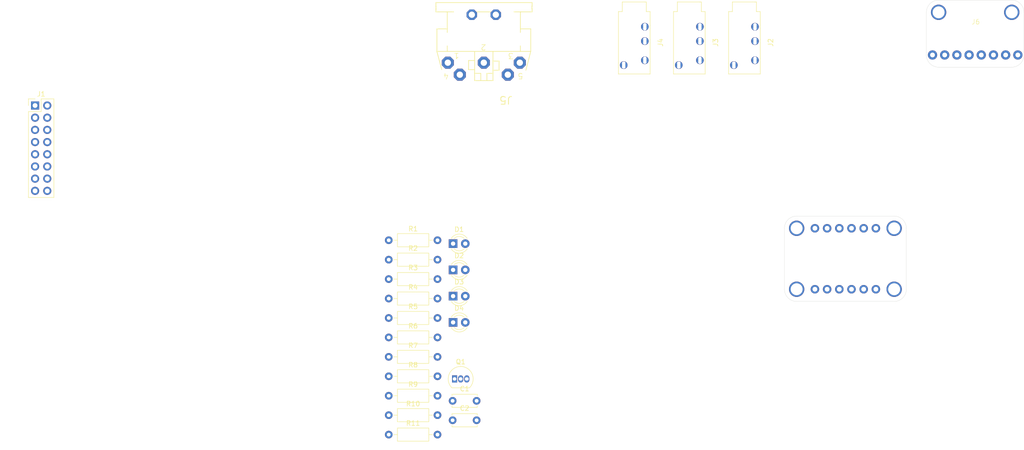
<source format=kicad_pcb>
(kicad_pcb (version 20241229) (generator "pcbnew") (generator_version "9.0")
  (layers (0 "F.Cu" signal) (2 "B.Cu" signal) (13 "F.Paste" user) (15 "B.Paste" user) (5 "F.SilkS" user "F.Silkscreen") (7 "B.SilkS" user "B.Silkscreen") (1 "F.Mask" user) (3 "B.Mask" user) (25 "Edge.Cuts" user))
  (net 0 "")
  (net 1 "TRIGOUTLED")
  (net 3 "SCL")
  (net 4 "CCOUTLED")
  (net 5 "+3.3v")
  (net 6 "STRIGOUT")
  (net 7 "MIDIOUT")
  (net 8 "MIDIOUTLED")
  (net 10 "SDA")
  (net 13 "+5v")
  (net 14 "CVOUTLED")
  (net 18 "Net-(J5-Pad4)")
  (net 20 "Net-(J5-Pad5)")
  (net 23 "CCOUT")
  (net 24 "TRIGOUT")
  (net 27 "CVOUT")
  (net 30 "GND")
  (net 31 "Net-(C2-Pad2)")
  (net 32 "Net-(D1-A)")
  (net 33 "Net-(D2-A)")
  (net 34 "Net-(D3-A)")
  (net 35 "Net-(D4-A)")
  (net 37 "Net-(Q1-C)")
  (net 38 "Net-(Q1-B)")
  (net 39 "Net-(J2-Pad2)")
  (net 41 "Net-(J3-Pad2)")
  (net 43 "Net-(J4-Pad2)")
  (net 49 "Net-(Q1-PadB)")
  (net 50 "Net-(Q1-PadC)")
  (footprint "Package_TO_SOT_THT:TO-92_Inline" (layer "F.Cu") (at 156.41 97.39)
    (property "Reference" "Q1" (at 1.27 -3.56 0) (layer "F.SilkS"))
    (property "Value" "PNP")
    (fp_line (start -0.53 1.85) (end 3.07 1.85) (stroke (width 0.12)) (layer "F.SilkS"))
    (fp_arc (start -0.568478 1.838478) (mid -1.132087 -0.994977) (end 1.27 -2.6) (stroke (width 0.12)) (layer "F.SilkS"))
    (fp_arc (start 1.27 -2.6) (mid 3.672087 -0.994977) (end 3.108478 1.838478) (stroke (width 0.12)) (layer "F.SilkS"))
    (pad "1" thru_hole rect (at 0 0) (size 1.05 1.5) (drill 0.75) (layers "*.Cu" "*.Mask") (net 37 "Net-(Q1-C)"))
    (pad "2" thru_hole oval (at 1.27 0) (size 1.05 1.5) (drill 0.75) (layers "*.Cu" "*.Mask") (net 38 "Net-(Q1-B)"))
    (pad "3" thru_hole oval (at 2.54 0) (size 1.05 1.5) (drill 0.75) (layers "*.Cu" "*.Mask") (net 13 "+5v"))
  )
  (footprint "PJ-320A_Library:PJ-320A" (layer "F.Cu") (at 196.05 18.85 -90)
    (property "Reference" "J4" (at 8.4455 -3.269 90) (layer "F.SilkS"))
    (property "Value" "PJ-320A")
    (fp_line (start 2 5.5) (end 15 5.5) (stroke (width 0.12)) (layer "F.SilkS"))
    (fp_line (start 0 4.7) (end 2 4.7) (stroke (width 0.12)) (layer "F.SilkS"))
    (fp_line (start 2 4.7) (end 2 5.5) (stroke (width 0.12)) (layer "F.SilkS"))
    (fp_line (start 0 0) (end 0 4.7) (stroke (width 0.12)) (layer "F.SilkS"))
    (fp_line (start 0 0) (end 0 -0.3) (stroke (width 0.12)) (layer "F.SilkS"))
    (fp_line (start 0 -0.3) (end 2 -0.3) (stroke (width 0.12)) (layer "F.SilkS"))
    (fp_line (start 2 -0.3) (end 2 -1.1) (stroke (width 0.12)) (layer "F.SilkS"))
    (fp_line (start 2 -1.1) (end 15 -1.1) (stroke (width 0.12)) (layer "F.SilkS"))
    (fp_line (start 15 -1.1) (end 15 5.5) (stroke (width 0.12)) (layer "F.SilkS"))
    (pad "" np_thru_hole circle (at 3.7 2.2 270) (size 1.5 1.5) (drill 1.5) (layers "*.Cu"))
    (pad "" np_thru_hole circle (at 10.7 2.2 270) (size 1.5 1.5) (drill 1.5) (layers "*.Cu"))
    (pad "1" thru_hole circle (at 13.15 4.4 270) (size 1.6 1.6) (drill oval 1.5 0.7) (layers "*.Cu" "*.Mask") (net 30 "GND"))
    (pad "2" thru_hole circle (at 12.15 0 270) (size 1.6 1.6) (drill oval 1.5 0.7) (layers "*.Cu" "*.Mask") (net 43 "Net-(J4-Pad2)"))
    (pad "3" thru_hole circle (at 8.15 0 270) (size 1.6 1.6) (drill oval 1.5 0.7) (layers "*.Cu" "*.Mask"))
    (pad "4" thru_hole circle (at 5.15 0 270) (size 1.6 1.6) (drill oval 1.5 0.7) (layers "*.Cu" "*.Mask"))
  )
  (footprint "Resistor_THT:R_Axial_DIN0207_L6.3mm_D2.5mm_P10.16mm_Horizontal" (layer "F.Cu") (at 142.69 84.69)
    (property "Reference" "R5" (at 5.08 -2.37 0) (layer "F.SilkS"))
    (property "Value" "220Ω")
    (fp_line (start 1.04 0) (end 1.81 0) (stroke (width 0.12)) (layer "F.SilkS"))
    (fp_line (start 9.12 0) (end 8.35 0) (stroke (width 0.12)) (layer "F.SilkS"))
    (fp_rect (start 1.81 -1.37) (end 8.35 1.37) (stroke (width 0.12)) (fill no) (layer "F.SilkS"))
    (pad "1" thru_hole circle (at 0 0) (size 1.6 1.6) (drill 0.8) (layers "*.Cu" "*.Mask") (net 20 "Net-(J5-Pad5)"))
    (pad "2" thru_hole circle (at 10.16 0) (size 1.6 1.6) (drill 0.8) (layers "*.Cu" "*.Mask") (net 7 "MIDIOUT"))
  )
  (footprint "LED_THT:LED_D3.0mm_FlatTop" (layer "F.Cu") (at 156.1 69.2)
    (property "Reference" "D1" (at 1.27 -2.96 0) (layer "F.SilkS"))
    (property "Value" "LED")
    (fp_line (start -0.29 -1.236) (end -0.29 -1.08) (stroke (width 0.12)) (layer "F.SilkS"))
    (fp_line (start -0.29 1.08) (end -0.29 1.236) (stroke (width 0.12)) (layer "F.SilkS"))
    (fp_arc (start -0.29 -1.235516) (mid 1.36566 -1.987699) (end 2.941437 -1.08) (stroke (width 0.12)) (layer "F.SilkS"))
    (fp_arc (start 0.229039 -1.08) (mid 1.27 -1.5) (end 2.310961 -1.08) (stroke (width 0.12)) (layer "F.SilkS"))
    (fp_arc (start 2.310961 1.08) (mid 1.27 1.5) (end 0.229039 1.08) (stroke (width 0.12)) (layer "F.SilkS"))
    (fp_arc (start 2.941437 1.08) (mid 1.36566 1.987699) (end -0.29 1.235516) (stroke (width 0.12)) (layer "F.SilkS"))
    (pad "1" thru_hole rect (at 0 0) (size 1.8 1.8) (drill 0.9) (layers "*.Cu" "*.Mask") (net 30 "GND"))
    (pad "2" thru_hole circle (at 2.54 0) (size 1.8 1.8) (drill 0.9) (layers "*.Cu" "*.Mask") (net 32 "Net-(D1-A)"))
  )
  (footprint "Resistor_THT:R_Axial_DIN0207_L6.3mm_D2.5mm_P10.16mm_Horizontal" (layer "F.Cu") (at 142.69 88.74)
    (property "Reference" "R6" (at 5.08 -2.37 0) (layer "F.SilkS"))
    (property "Value" "220Ω")
    (fp_line (start 1.04 0) (end 1.81 0) (stroke (width 0.12)) (layer "F.SilkS"))
    (fp_line (start 9.12 0) (end 8.35 0) (stroke (width 0.12)) (layer "F.SilkS"))
    (fp_rect (start 1.81 -1.37) (end 8.35 1.37) (stroke (width 0.12)) (fill no) (layer "F.SilkS"))
    (pad "1" thru_hole circle (at 0 0) (size 1.6 1.6) (drill 0.8) (layers "*.Cu" "*.Mask") (net 32 "Net-(D1-A)"))
    (pad "2" thru_hole circle (at 10.16 0) (size 1.6 1.6) (drill 0.8) (layers "*.Cu" "*.Mask") (net 14 "CVOUTLED"))
  )
  (footprint "Capacitor_THT:C_Disc_D5.0mm_W2.5mm_P5.00mm" (layer "F.Cu") (at 156 106)
    (property "Reference" "C2" (at 2.5 -2.5 0) (layer "F.SilkS"))
    (property "Value" "100pF")
    (fp_line (start -0.12 -1.37) (end 5.12 -1.37) (stroke (width 0.12)) (layer "F.SilkS"))
    (fp_line (start -0.12 -1.033) (end -0.12 -1.37) (stroke (width 0.12)) (layer "F.SilkS"))
    (fp_line (start -0.12 1.37) (end -0.12 1.033) (stroke (width 0.12)) (layer "F.SilkS"))
    (fp_line (start 5.12 -1.37) (end 5.12 -1.033) (stroke (width 0.12)) (layer "F.SilkS"))
    (fp_line (start 5.12 1.033) (end 5.12 1.37) (stroke (width 0.12)) (layer "F.SilkS"))
    (fp_line (start 5.12 1.37) (end -0.12 1.37) (stroke (width 0.12)) (layer "F.SilkS"))
    (pad "1" thru_hole circle (at 0 0) (size 1.6 1.6) (drill 0.8) (layers "*.Cu" "*.Mask") (net 30 "GND"))
    (pad "2" thru_hole circle (at 5 0) (size 1.6 1.6) (drill 0.8) (layers "*.Cu" "*.Mask") (net 31 "Net-(C2-Pad2)"))
  )
  (footprint "Resistor_THT:R_Axial_DIN0207_L6.3mm_D2.5mm_P10.16mm_Horizontal" (layer "F.Cu") (at 142.69 96.84)
    (property "Reference" "R8" (at 5.08 -2.37 0) (layer "F.SilkS"))
    (property "Value" "220Ω")
    (fp_line (start 1.04 0) (end 1.81 0) (stroke (width 0.12)) (layer "F.SilkS"))
    (fp_line (start 9.12 0) (end 8.35 0) (stroke (width 0.12)) (layer "F.SilkS"))
    (fp_rect (start 1.81 -1.37) (end 8.35 1.37) (stroke (width 0.12)) (fill no) (layer "F.SilkS"))
    (pad "1" thru_hole circle (at 0 0) (size 1.6 1.6) (drill 0.8) (layers "*.Cu" "*.Mask") (net 34 "Net-(D3-A)"))
    (pad "2" thru_hole circle (at 10.16 0) (size 1.6 1.6) (drill 0.8) (layers "*.Cu" "*.Mask") (net 4 "CCOUTLED"))
  )
  (footprint "1134 Din Jack:1134_footprint" (layer "F.Cu") (at 162.5 21.5 180)
    (property "Reference" "J5" (at -6.096 -16.844 180) (layer "F.SilkS") (effects (font (size 1.6002 1.6002) (thickness 0.1778)) (justify left bottom)))
    (property "Value" "1134")
    (fp_line (start 9.979 2.52) (end 9.979 1.758) (stroke (width 0.1524)) (layer "F.SilkS"))
    (fp_line (start 9.979 0.6) (end 9.979 1.25) (stroke (width 0.1524)) (layer "F.SilkS"))
    (fp_line (start 9.979 0.6) (end 7.62 0.6) (stroke (width 0.1524)) (layer "F.SilkS"))
    (fp_line (start 9.968 1.658) (end 9.979 1.758) (stroke (width 0.1524)) (layer "F.SilkS"))
    (fp_line (start 9.968 1.658) (end 9.968 1.15) (stroke (width 0.1524)) (layer "F.SilkS"))
    (fp_line (start 9.968 1.15) (end 9.979 1.25) (stroke (width 0.1524)) (layer "F.SilkS"))
    (fp_line (start 9.779 -2.941) (end 9.779 -7.64) (stroke (width 0.1524)) (layer "F.SilkS"))
    (fp_line (start 9.779 -2.941) (end 7.62 -2.941) (stroke (width 0.1524)) (layer "F.SilkS"))
    (fp_line (start 9.779 -7.64) (end 7.62 -7.64) (stroke (width 0.1524)) (layer "F.SilkS"))
    (fp_line (start 8.763 -11.45) (end 9.779 -7.64) (stroke (width 0.1524)) (layer "F.SilkS"))
    (fp_line (start 7.62 0.6) (end 7.62 -2.941) (stroke (width 0.1524)) (layer "F.SilkS"))
    (fp_line (start 7.62 -2.941) (end 7.62 -3.703) (stroke (width 0.1524)) (layer "F.SilkS"))
    (fp_line (start 7.62 -7.64) (end 7.62 -6.497) (stroke (width 0.1524)) (layer "F.SilkS"))
    (fp_line (start 7.62 -7.64) (end 1.905 -7.64) (stroke (width 0.1524)) (layer "F.SilkS"))
    (fp_line (start 6.283 0.6) (end 7.62 0.6) (stroke (width 0.1524)) (layer "F.SilkS"))
    (fp_line (start 3.175 -11.45) (end 3.175 -9.545) (stroke (width 0.1524)) (layer "F.SilkS"))
    (fp_line (start 3.175 -11.45) (end 1.905 -11.45) (stroke (width 0.1524)) (layer "F.SilkS"))
    (fp_line (start 1.905 -7.64) (end -1.905 -7.64) (stroke (width 0.1524)) (layer "F.SilkS"))
    (fp_line (start 1.905 -9.545) (end 3.175 -9.545) (stroke (width 0.1524)) (layer "F.SilkS"))
    (fp_line (start 1.905 -9.545) (end 1.905 -7.64) (stroke (width 0.1524)) (layer "F.SilkS"))
    (fp_line (start 1.905 -11.45) (end 1.905 -9.545) (stroke (width 0.1524)) (layer "F.SilkS"))
    (fp_line (start 1.905 -12.212) (end 1.905 -11.45) (stroke (width 0.1524)) (layer "F.SilkS"))
    (fp_line (start 1.905 -12.212) (end 0.635 -12.212) (stroke (width 0.1524)) (layer "F.SilkS"))
    (fp_line (start 1.905 -13.736) (end 1.905 -12.212) (stroke (width 0.1524)) (layer "F.SilkS"))
    (fp_line (start 1.905 -13.736) (end 0.635 -13.736) (stroke (width 0.1524)) (layer "F.SilkS"))
    (fp_line (start 0.635 -13.736) (end 0.635 -12.212) (stroke (width 0.1524)) (layer "F.SilkS"))
    (fp_line (start 0.635 -13.736) (end -0.635 -13.736) (stroke (width 0.1524)) (layer "F.SilkS"))
    (fp_line (start -0.635 -13.736) (end -0.635 -12.212) (stroke (width 0.1524)) (layer "F.SilkS"))
    (fp_line (start -0.635 -13.736) (end -1.905 -13.736) (stroke (width 0.1524)) (layer "F.SilkS"))
    (fp_line (start -1.397 0.6) (end 1.397 0.6) (stroke (width 0.1524)) (layer "F.SilkS"))
    (fp_line (start -1.905 -7.64) (end -7.62 -7.64) (stroke (width 0.1524)) (layer "F.SilkS"))
    (fp_line (start -1.905 -9.672) (end -1.905 -7.64) (stroke (width 0.1524)) (layer "F.SilkS"))
    (fp_line (start -1.905 -9.672) (end -3.175 -9.672) (stroke (width 0.1524)) (layer "F.SilkS"))
    (fp_line (start -1.905 -11.577) (end -1.905 -9.672) (stroke (width 0.1524)) (layer "F.SilkS"))
    (fp_line (start -1.905 -11.577) (end -3.175 -11.577) (stroke (width 0.1524)) (layer "F.SilkS"))
    (fp_line (start -1.905 -12.212) (end -0.635 -12.212) (stroke (width 0.1524)) (layer "F.SilkS"))
    (fp_line (start -1.905 -12.212) (end -1.905 -11.577) (stroke (width 0.1524)) (layer "F.SilkS"))
    (fp_line (start -1.905 -13.736) (end -1.905 -12.212) (stroke (width 0.1524)) (layer "F.SilkS"))
    (fp_line (start -3.175 -11.577) (end -3.175 -9.672) (stroke (width 0.1524)) (layer "F.SilkS"))
    (fp_line (start -7.62 0.6) (end -7.62 -2.941) (stroke (width 0.1524)) (layer "F.SilkS"))
    (fp_line (start -7.62 0.6) (end -10.068 0.6) (stroke (width 0.1524)) (layer "F.SilkS"))
    (fp_line (start -7.62 -2.941) (end -7.62 -3.703) (stroke (width 0.1524)) (layer "F.SilkS"))
    (fp_line (start -7.62 -7.64) (end -7.62 -6.497) (stroke (width 0.1524)) (layer "F.SilkS"))
    (fp_line (start -7.62 -7.64) (end -9.779 -7.64) (stroke (width 0.1524)) (layer "F.SilkS"))
    (fp_line (start -7.693 0.6) (end -6.283 0.6) (stroke (width 0.1524)) (layer "F.SilkS"))
    (fp_line (start -8.763 -11.577) (end -9.779 -7.64) (stroke (width 0.1524)) (layer "F.SilkS"))
    (fp_line (start -9.779 -2.941) (end -7.62 -2.941) (stroke (width 0.1524)) (layer "F.SilkS"))
    (fp_line (start -9.779 -2.941) (end -9.779 -7.64) (stroke (width 0.1524)) (layer "F.SilkS"))
    (fp_line (start -10.025 1.758) (end -10.025 1.25) (stroke (width 0.1524)) (layer "F.SilkS"))
    (fp_line (start -10.025 1.758) (end -10.068 1.758) (stroke (width 0.1524)) (layer "F.SilkS"))
    (fp_line (start -10.068 2.52) (end 9.979 2.52) (stroke (width 0.1524)) (layer "F.SilkS"))
    (fp_line (start -10.068 2.52) (end -10.068 1.758) (stroke (width 0.1524)) (layer "F.SilkS"))
    (fp_line (start -10.068 1.25) (end -10.025 1.25) (stroke (width 0.1524)) (layer "F.SilkS"))
    (fp_line (start -10.068 1.25) (end -10.068 0.6) (stroke (width 0.1524)) (layer "F.SilkS"))
    (fp_text user "5" (at -8.255 -12.085 180) (layer "F.SilkS") (effects (font (size 1.143 1.143) (thickness 0.127)) (justify left bottom)))
    (fp_text user "3" (at -6.223 -7.894 180) (layer "F.SilkS") (effects (font (size 1.143 1.143) (thickness 0.127)) (justify left bottom)))
    (fp_text user "1" (at 5.08 -7.894 180) (layer "F.SilkS") (effects (font (size 1.143 1.143) (thickness 0.127)) (justify left bottom)))
    (fp_text user "4" (at 7.239 -12.085 180) (layer "F.SilkS") (effects (font (size 1.143 1.143) (thickness 0.127)) (justify left bottom)))
    (fp_text user "2" (at -0.551 -6.094 180) (layer "F.SilkS") (effects (font (size 1.143 1.143) (thickness 0.127)) (justify left bottom)))
    (pad "" np_thru_hole roundrect (at -2.5 0 180) (size 2.1844 2.1844) (drill 1.3208) (layers "*.Cu" "*.Mask") (chamfer_ratio 0.2928932188) (chamfer top_left top_right bottom_left bottom_right))
    (pad "" np_thru_hole roundrect (at 2.5 0 180) (size 2.1844 2.1844) (drill 1.3208) (layers "*.Cu" "*.Mask") (chamfer_ratio 0.2928932188) (chamfer top_left top_right bottom_left bottom_right))
    (pad "1" thru_hole roundrect (at 7.5 -10 180) (size 2.5 2.5) (drill 1.3208) (layers "*.Cu" "*.Mask") (chamfer_ratio 0.2928932188) (chamfer top_left top_right bottom_left bottom_right))
    (pad "2" thru_hole roundrect (at 0 -10 270) (size 2.5 2.5) (drill 1.3208) (layers "*.Cu" "*.Mask") (chamfer_ratio 0.2928932188) (chamfer top_left top_right bottom_left bottom_right) (net 31 "Net-(C2-Pad2)"))
    (pad "3" thru_hole roundrect (at -7.5 -10 180) (size 2.5 2.5) (drill 1.3208) (layers "*.Cu" "*.Mask") (chamfer_ratio 0.2928932188) (chamfer top_left top_right bottom_left bottom_right))
    (pad "4" thru_hole roundrect (at 5 -12.5 180) (size 2.5 2.5) (drill 1.3208) (layers "*.Cu" "*.Mask") (chamfer_ratio 0.2928932188) (chamfer top_left top_right bottom_left bottom_right) (net 18 "Net-(J5-Pad4)"))
    (pad "5" thru_hole roundrect (at -5 -12.5 180) (size 2.5 2.5) (drill 1.3208) (layers "*.Cu" "*.Mask") (chamfer_ratio 0.2928932188) (chamfer top_left top_right bottom_left bottom_right) (net 20 "Net-(J5-Pad5)"))
  )
  (footprint "Resistor_THT:R_Axial_DIN0207_L6.3mm_D2.5mm_P10.16mm_Horizontal" (layer "F.Cu") (at 142.69 76.59)
    (property "Reference" "R3" (at 5.08 -2.37 0) (layer "F.SilkS"))
    (property "Value" "100Ω")
    (fp_line (start 1.04 0) (end 1.81 0) (stroke (width 0.12)) (layer "F.SilkS"))
    (fp_line (start 9.12 0) (end 8.35 0) (stroke (width 0.12)) (layer "F.SilkS"))
    (fp_rect (start 1.81 -1.37) (end 8.35 1.37) (stroke (width 0.12)) (fill no) (layer "F.SilkS"))
    (pad "1" thru_hole circle (at 0 0) (size 1.6 1.6) (drill 0.8) (layers "*.Cu" "*.Mask") (net 43 "Net-(J4-Pad2)"))
    (pad "2" thru_hole circle (at 10.16 0) (size 1.6 1.6) (drill 0.8) (layers "*.Cu" "*.Mask") (net 23 "CCOUT"))
  )
  (footprint "Resistor_THT:R_Axial_DIN0207_L6.3mm_D2.5mm_P10.16mm_Horizontal" (layer "F.Cu") (at 142.69 92.79)
    (property "Reference" "R7" (at 5.08 -2.37 0) (layer "F.SilkS"))
    (property "Value" "220Ω")
    (fp_line (start 1.04 0) (end 1.81 0) (stroke (width 0.12)) (layer "F.SilkS"))
    (fp_line (start 9.12 0) (end 8.35 0) (stroke (width 0.12)) (layer "F.SilkS"))
    (fp_rect (start 1.81 -1.37) (end 8.35 1.37) (stroke (width 0.12)) (fill no) (layer "F.SilkS"))
    (pad "1" thru_hole circle (at 0 0) (size 1.6 1.6) (drill 0.8) (layers "*.Cu" "*.Mask") (net 33 "Net-(D2-A)"))
    (pad "2" thru_hole circle (at 10.16 0) (size 1.6 1.6) (drill 0.8) (layers "*.Cu" "*.Mask") (net 1 "TRIGOUTLED"))
  )
  (footprint "LED_THT:LED_D3.0mm_FlatTop" (layer "F.Cu") (at 156.1 74.67)
    (property "Reference" "D2" (at 1.27 -2.96 0) (layer "F.SilkS"))
    (property "Value" "LED")
    (fp_line (start -0.29 -1.236) (end -0.29 -1.08) (stroke (width 0.12)) (layer "F.SilkS"))
    (fp_line (start -0.29 1.08) (end -0.29 1.236) (stroke (width 0.12)) (layer "F.SilkS"))
    (fp_arc (start -0.29 -1.235516) (mid 1.36566 -1.987699) (end 2.941437 -1.08) (stroke (width 0.12)) (layer "F.SilkS"))
    (fp_arc (start 0.229039 -1.08) (mid 1.27 -1.5) (end 2.310961 -1.08) (stroke (width 0.12)) (layer "F.SilkS"))
    (fp_arc (start 2.310961 1.08) (mid 1.27 1.5) (end 0.229039 1.08) (stroke (width 0.12)) (layer "F.SilkS"))
    (fp_arc (start 2.941437 1.08) (mid 1.36566 1.987699) (end -0.29 1.235516) (stroke (width 0.12)) (layer "F.SilkS"))
    (pad "1" thru_hole rect (at 0 0) (size 1.8 1.8) (drill 0.9) (layers "*.Cu" "*.Mask") (net 30 "GND"))
    (pad "2" thru_hole circle (at 2.54 0) (size 1.8 1.8) (drill 0.9) (layers "*.Cu" "*.Mask") (net 33 "Net-(D2-A)"))
  )
  (footprint "LED_THT:LED_D3.0mm_FlatTop" (layer "F.Cu") (at 156.1 85.61)
    (property "Reference" "D4" (at 1.27 -2.96 0) (layer "F.SilkS"))
    (property "Value" "LED")
    (fp_line (start -0.29 -1.236) (end -0.29 -1.08) (stroke (width 0.12)) (layer "F.SilkS"))
    (fp_line (start -0.29 1.08) (end -0.29 1.236) (stroke (width 0.12)) (layer "F.SilkS"))
    (fp_arc (start -0.29 -1.235516) (mid 1.36566 -1.987699) (end 2.941437 -1.08) (stroke (width 0.12)) (layer "F.SilkS"))
    (fp_arc (start 0.229039 -1.08) (mid 1.27 -1.5) (end 2.310961 -1.08) (stroke (width 0.12)) (layer "F.SilkS"))
    (fp_arc (start 2.310961 1.08) (mid 1.27 1.5) (end 0.229039 1.08) (stroke (width 0.12)) (layer "F.SilkS"))
    (fp_arc (start 2.941437 1.08) (mid 1.36566 1.987699) (end -0.29 1.235516) (stroke (width 0.12)) (layer "F.SilkS"))
    (pad "1" thru_hole rect (at 0 0) (size 1.8 1.8) (drill 0.9) (layers "*.Cu" "*.Mask") (net 30 "GND"))
    (pad "2" thru_hole circle (at 2.54 0) (size 1.8 1.8) (drill 0.9) (layers "*.Cu" "*.Mask") (net 35 "Net-(D4-A)"))
  )
  (footprint "PJ-320A_Library:PJ-320A" (layer "F.Cu") (at 207.525 18.85 -90)
    (property "Reference" "J3" (at 8.4455 -3.269 90) (layer "F.SilkS"))
    (property "Value" "PJ-320A")
    (fp_line (start 2 5.5) (end 15 5.5) (stroke (width 0.12)) (layer "F.SilkS"))
    (fp_line (start 0 4.7) (end 2 4.7) (stroke (width 0.12)) (layer "F.SilkS"))
    (fp_line (start 2 4.7) (end 2 5.5) (stroke (width 0.12)) (layer "F.SilkS"))
    (fp_line (start 0 0) (end 0 4.7) (stroke (width 0.12)) (layer "F.SilkS"))
    (fp_line (start 0 0) (end 0 -0.3) (stroke (width 0.12)) (layer "F.SilkS"))
    (fp_line (start 0 -0.3) (end 2 -0.3) (stroke (width 0.12)) (layer "F.SilkS"))
    (fp_line (start 2 -0.3) (end 2 -1.1) (stroke (width 0.12)) (layer "F.SilkS"))
    (fp_line (start 2 -1.1) (end 15 -1.1) (stroke (width 0.12)) (layer "F.SilkS"))
    (fp_line (start 15 -1.1) (end 15 5.5) (stroke (width 0.12)) (layer "F.SilkS"))
    (pad "" np_thru_hole circle (at 3.7 2.2 270) (size 1.5 1.5) (drill 1.5) (layers "*.Cu"))
    (pad "" np_thru_hole circle (at 10.7 2.2 270) (size 1.5 1.5) (drill 1.5) (layers "*.Cu"))
    (pad "1" thru_hole circle (at 13.15 4.4 270) (size 1.6 1.6) (drill oval 1.5 0.7) (layers "*.Cu" "*.Mask") (net 30 "GND"))
    (pad "2" thru_hole circle (at 12.15 0 270) (size 1.6 1.6) (drill oval 1.5 0.7) (layers "*.Cu" "*.Mask") (net 41 "Net-(J3-Pad2)"))
    (pad "3" thru_hole circle (at 8.15 0 270) (size 1.6 1.6) (drill oval 1.5 0.7) (layers "*.Cu" "*.Mask"))
    (pad "4" thru_hole circle (at 5.15 0 270) (size 1.6 1.6) (drill oval 1.5 0.7) (layers "*.Cu" "*.Mask"))
  )
  (footprint "Connector_PinHeader_2.54mm:PinHeader_2x08_P2.54mm_Vertical" (layer "F.Cu") (at 69 40.42)
    (property "Reference" "J1" (at 1.27 -2.38 0) (layer "F.SilkS"))
    (property "Value" "Conn_02x08_Odd_Even")
    (fp_line (start -1.38 -1.38) (end 0 -1.38) (stroke (width 0.12)) (layer "F.SilkS"))
    (fp_line (start -1.38 0) (end -1.38 -1.38) (stroke (width 0.12)) (layer "F.SilkS"))
    (fp_line (start -1.38 1.27) (end -1.38 19.16) (stroke (width 0.12)) (layer "F.SilkS"))
    (fp_line (start -1.38 1.27) (end 1.27 1.27) (stroke (width 0.12)) (layer "F.SilkS"))
    (fp_line (start -1.38 19.16) (end 3.92 19.16) (stroke (width 0.12)) (layer "F.SilkS"))
    (fp_line (start 1.27 -1.38) (end 3.92 -1.38) (stroke (width 0.12)) (layer "F.SilkS"))
    (fp_line (start 1.27 1.27) (end 1.27 -1.38) (stroke (width 0.12)) (layer "F.SilkS"))
    (fp_line (start 3.92 -1.38) (end 3.92 19.16) (stroke (width 0.12)) (layer "F.SilkS"))
    (pad "1" thru_hole rect (at 0 0) (size 1.7 1.7) (drill 1) (layers "*.Cu" "*.Mask") (net 13 "+5v"))
    (pad "2" thru_hole circle (at 2.54 0) (size 1.7 1.7) (drill 1) (layers "*.Cu" "*.Mask") (net 30 "GND"))
    (pad "3" thru_hole circle (at 0 2.54) (size 1.7 1.7) (drill 1) (layers "*.Cu" "*.Mask") (net 5 "+3.3v"))
    (pad "4" thru_hole circle (at 2.54 2.54) (size 1.7 1.7) (drill 1) (layers "*.Cu" "*.Mask") (net 30 "GND"))
    (pad "5" thru_hole circle (at 0 5.08) (size 1.7 1.7) (drill 1) (layers "*.Cu" "*.Mask") (net 10 "SDA"))
    (pad "6" thru_hole circle (at 2.54 5.08) (size 1.7 1.7) (drill 1) (layers "*.Cu" "*.Mask") (net 14 "CVOUTLED"))
    (pad "7" thru_hole circle (at 0 7.62) (size 1.7 1.7) (drill 1) (layers "*.Cu" "*.Mask") (net 3 "SCL"))
    (pad "8" thru_hole circle (at 2.54 7.62) (size 1.7 1.7) (drill 1) (layers "*.Cu" "*.Mask") (net 4 "CCOUTLED"))
    (pad "9" thru_hole circle (at 0 10.16) (size 1.7 1.7) (drill 1) (layers "*.Cu" "*.Mask") (net 7 "MIDIOUT"))
    (pad "10" thru_hole circle (at 2.54 10.16) (size 1.7 1.7) (drill 1) (layers "*.Cu" "*.Mask") (net 1 "TRIGOUTLED"))
    (pad "11" thru_hole circle (at 0 12.7) (size 1.7 1.7) (drill 1) (layers "*.Cu" "*.Mask") (net 6 "STRIGOUT"))
    (pad "12" thru_hole circle (at 2.54 12.7) (size 1.7 1.7) (drill 1) (layers "*.Cu" "*.Mask") (net 8 "MIDIOUTLED"))
    (pad "13" thru_hole circle (at 0 15.24) (size 1.7 1.7) (drill 1) (layers "*.Cu" "*.Mask"))
    (pad "14" thru_hole circle (at 2.54 15.24) (size 1.7 1.7) (drill 1) (layers "*.Cu" "*.Mask"))
    (pad "15" thru_hole circle (at 0 17.78) (size 1.7 1.7) (drill 1) (layers "*.Cu" "*.Mask") (net 30 "GND"))
    (pad "16" thru_hole circle (at 2.54 17.78) (size 1.7 1.7) (drill 1) (layers "*.Cu" "*.Mask"))
  )
  (footprint "Adafruit MCP4728:AdaFruit_MCP4728" (layer "F.Cu") (at 250.513 63.367)
    (property "Reference" "U1" (hide yes))
    (property "Value" "MCP4728" (hide yes))
    (fp_line (start -25.373 2.633) (end -25.373 15.333) (stroke (width 0.05)) (layer "Edge.Cuts"))
    (fp_line (start -22.833 17.873) (end -2.513 17.873) (stroke (width 0.05)) (layer "Edge.Cuts"))
    (fp_line (start -2.513 0.093) (end -22.833 0.093) (stroke (width 0.05)) (layer "Edge.Cuts"))
    (fp_line (start 0.027 15.333) (end 0.027 2.633) (stroke (width 0.05)) (layer "Edge.Cuts"))
    (fp_arc (start -25.373 2.633) (mid -24.629051 0.836949) (end -22.833 0.093) (stroke (width 0.05)) (layer "Edge.Cuts"))
    (fp_arc (start -22.833 17.873) (mid -24.629051 17.129051) (end -25.373 15.333) (stroke (width 0.05)) (layer "Edge.Cuts"))
    (fp_arc (start -2.513 0.093) (mid -0.716949 0.836949) (end 0.027 2.633) (stroke (width 0.05)) (layer "Edge.Cuts"))
    (fp_arc (start 0.027 15.333) (mid -0.716949 17.129051) (end -2.513 17.873) (stroke (width 0.05)) (layer "Edge.Cuts"))
    (pad "" np_thru_hole circle (at -22.833 2.633) (size 3.2 3.2) (drill 2.5) (layers "*.Cu" "*.Mask"))
    (pad "" np_thru_hole circle (at -22.833 15.333) (size 3.2 3.2) (drill 2.5) (layers "*.Cu" "*.Mask"))
    (pad "" np_thru_hole circle (at -2.513 2.633) (size 3.2 3.2) (drill 2.5) (layers "*.Cu" "*.Mask"))
    (pad "" np_thru_hole circle (at -2.513 15.333) (size 3.2 3.2) (drill 2.5) (layers "*.Cu" "*.Mask"))
    (pad "1" thru_hole circle (at -19.023 15.333 90) (size 1.778 1.778) (drill 1) (layers "*.Cu" "*.Mask") (net 13 "+5v"))
    (pad "2" thru_hole circle (at -16.483 15.333 90) (size 1.778 1.778) (drill 1) (layers "*.Cu" "*.Mask") (net 30 "GND"))
    (pad "3" thru_hole circle (at -13.943 15.333 90) (size 1.778 1.778) (drill 1) (layers "*.Cu" "*.Mask") (net 3 "SCL"))
    (pad "4" thru_hole circle (at -11.403 15.333 90) (size 1.778 1.778) (drill 1) (layers "*.Cu" "*.Mask") (net 10 "SDA"))
    (pad "5" thru_hole circle (at -8.863 15.333 90) (size 1.778 1.778) (drill 1) (layers "*.Cu" "*.Mask"))
    (pad "6" thru_hole circle (at -6.323 15.333 90) (size 1.778 1.778) (drill 1) (layers "*.Cu" "*.Mask"))
    (pad "7" thru_hole circle (at -19.023 2.633 90) (size 1.778 1.778) (drill 1) (layers "*.Cu" "*.Mask"))
    (pad "8" thru_hole circle (at -16.483 2.633 90) (size 1.778 1.778) (drill 1) (layers "*.Cu" "*.Mask") (net 27 "CVOUT"))
    (pad "9" thru_hole circle (at -13.943 2.633 90) (size 1.778 1.778) (drill 1) (layers "*.Cu" "*.Mask") (net 24 "TRIGOUT"))
    (pad "10" thru_hole circle (at -11.403 2.633 90) (size 1.778 1.778) (drill 1) (layers "*.Cu" "*.Mask") (net 23 "CCOUT"))
    (pad "11" thru_hole circle (at -8.863 2.633 90) (size 1.778 1.778) (drill 1) (layers "*.Cu" "*.Mask"))
    (pad "12" thru_hole circle (at -6.323 2.633 90) (size 1.778 1.778) (drill 1) (layers "*.Cu" "*.Mask"))
  )
  (footprint "Resistor_THT:R_Axial_DIN0207_L6.3mm_D2.5mm_P10.16mm_Horizontal" (layer "F.Cu") (at 142.69 80.64)
    (property "Reference" "R4" (at 5.08 -2.37 0) (layer "F.SilkS"))
    (property "Value" "220Ω")
    (fp_line (start 1.04 0) (end 1.81 0) (stroke (width 0.12)) (layer "F.SilkS"))
    (fp_line (start 9.12 0) (end 8.35 0) (stroke (width 0.12)) (layer "F.SilkS"))
    (fp_rect (start 1.81 -1.37) (end 8.35 1.37) (stroke (width 0.12)) (fill no) (layer "F.SilkS"))
    (pad "1" thru_hole circle (at 0 0) (size 1.6 1.6) (drill 0.8) (layers "*.Cu" "*.Mask") (net 5 "+3.3v"))
    (pad "2" thru_hole circle (at 10.16 0) (size 1.6 1.6) (drill 0.8) (layers "*.Cu" "*.Mask") (net 18 "Net-(J5-Pad4)"))
  )
  (footprint "LED_THT:LED_D3.0mm_FlatTop" (layer "F.Cu") (at 156.1 80.14)
    (property "Reference" "D3" (at 1.27 -2.96 0) (layer "F.SilkS"))
    (property "Value" "LED")
    (fp_line (start -0.29 -1.236) (end -0.29 -1.08) (stroke (width 0.12)) (layer "F.SilkS"))
    (fp_line (start -0.29 1.08) (end -0.29 1.236) (stroke (width 0.12)) (layer "F.SilkS"))
    (fp_arc (start -0.29 -1.235516) (mid 1.36566 -1.987699) (end 2.941437 -1.08) (stroke (width 0.12)) (layer "F.SilkS"))
    (fp_arc (start 0.229039 -1.08) (mid 1.27 -1.5) (end 2.310961 -1.08) (stroke (width 0.12)) (layer "F.SilkS"))
    (fp_arc (start 2.310961 1.08) (mid 1.27 1.5) (end 0.229039 1.08) (stroke (width 0.12)) (layer "F.SilkS"))
    (fp_arc (start 2.941437 1.08) (mid 1.36566 1.987699) (end -0.29 1.235516) (stroke (width 0.12)) (layer "F.SilkS"))
    (pad "1" thru_hole rect (at 0 0) (size 1.8 1.8) (drill 0.9) (layers "*.Cu" "*.Mask") (net 30 "GND"))
    (pad "2" thru_hole circle (at 2.54 0) (size 1.8 1.8) (drill 0.9) (layers "*.Cu" "*.Mask") (net 34 "Net-(D3-A)"))
  )
  (footprint "Resistor_THT:R_Axial_DIN0207_L6.3mm_D2.5mm_P10.16mm_Horizontal" (layer "F.Cu") (at 142.69 68.49)
    (property "Reference" "R1" (at 5.08 -2.37 0) (layer "F.SilkS"))
    (property "Value" "100Ω")
    (fp_line (start 1.04 0) (end 1.81 0) (stroke (width 0.12)) (layer "F.SilkS"))
    (fp_line (start 9.12 0) (end 8.35 0) (stroke (width 0.12)) (layer "F.SilkS"))
    (fp_rect (start 1.81 -1.37) (end 8.35 1.37) (stroke (width 0.12)) (fill no) (layer "F.SilkS"))
    (pad "1" thru_hole circle (at 0 0) (size 1.6 1.6) (drill 0.8) (layers "*.Cu" "*.Mask") (net 39 "Net-(J2-Pad2)"))
    (pad "2" thru_hole circle (at 10.16 0) (size 1.6 1.6) (drill 0.8) (layers "*.Cu" "*.Mask") (net 24 "TRIGOUT"))
  )
  (footprint "Resistor_THT:R_Axial_DIN0207_L6.3mm_D2.5mm_P10.16mm_Horizontal" (layer "F.Cu") (at 142.69 108.99)
    (property "Reference" "R11" (at 5.08 -2.37 0) (layer "F.SilkS"))
    (property "Value" "100Ω")
    (fp_line (start 1.04 0) (end 1.81 0) (stroke (width 0.12)) (layer "F.SilkS"))
    (fp_line (start 9.12 0) (end 8.35 0) (stroke (width 0.12)) (layer "F.SilkS"))
    (fp_rect (start 1.81 -1.37) (end 8.35 1.37) (stroke (width 0.12)) (fill no) (layer "F.SilkS"))
    (pad "1" thru_hole circle (at 0 0) (size 1.6 1.6) (drill 0.8) (layers "*.Cu" "*.Mask") (net 24 "TRIGOUT"))
    (pad "2" thru_hole circle (at 10.16 0) (size 1.6 1.6) (drill 0.8) (layers "*.Cu" "*.Mask") (net 50 "Net-(Q1-PadC)"))
  )
  (footprint "PJ-320A_Library:PJ-320A" (layer "F.Cu") (at 219 18.85 -90)
    (property "Reference" "J2" (at 8.4455 -3.269 90) (layer "F.SilkS"))
    (property "Value" "PJ-320A")
    (fp_line (start 2 5.5) (end 15 5.5) (stroke (width 0.12)) (layer "F.SilkS"))
    (fp_line (start 0 4.7) (end 2 4.7) (stroke (width 0.12)) (layer "F.SilkS"))
    (fp_line (start 2 4.7) (end 2 5.5) (stroke (width 0.12)) (layer "F.SilkS"))
    (fp_line (start 0 0) (end 0 4.7) (stroke (width 0.12)) (layer "F.SilkS"))
    (fp_line (start 0 0) (end 0 -0.3) (stroke (width 0.12)) (layer "F.SilkS"))
    (fp_line (start 0 -0.3) (end 2 -0.3) (stroke (width 0.12)) (layer "F.SilkS"))
    (fp_line (start 2 -0.3) (end 2 -1.1) (stroke (width 0.12)) (layer "F.SilkS"))
    (fp_line (start 2 -1.1) (end 15 -1.1) (stroke (width 0.12)) (layer "F.SilkS"))
    (fp_line (start 15 -1.1) (end 15 5.5) (stroke (width 0.12)) (layer "F.SilkS"))
    (pad "" np_thru_hole circle (at 3.7 2.2 270) (size 1.5 1.5) (drill 1.5) (layers "*.Cu"))
    (pad "" np_thru_hole circle (at 10.7 2.2 270) (size 1.5 1.5) (drill 1.5) (layers "*.Cu"))
    (pad "1" thru_hole circle (at 13.15 4.4 270) (size 1.6 1.6) (drill oval 1.5 0.7) (layers "*.Cu" "*.Mask") (net 30 "GND"))
    (pad "2" thru_hole circle (at 12.15 0 270) (size 1.6 1.6) (drill oval 1.5 0.7) (layers "*.Cu" "*.Mask") (net 39 "Net-(J2-Pad2)"))
    (pad "3" thru_hole circle (at 8.15 0 270) (size 1.6 1.6) (drill oval 1.5 0.7) (layers "*.Cu" "*.Mask"))
    (pad "4" thru_hole circle (at 5.15 0 270) (size 1.6 1.6) (drill oval 1.5 0.7) (layers "*.Cu" "*.Mask"))
  )
  (footprint "Resistor_THT:R_Axial_DIN0207_L6.3mm_D2.5mm_P10.16mm_Horizontal" (layer "F.Cu") (at 142.69 100.89)
    (property "Reference" "R9" (at 5.08 -2.37 0) (layer "F.SilkS"))
    (property "Value" "220Ω")
    (fp_line (start 1.04 0) (end 1.81 0) (stroke (width 0.12)) (layer "F.SilkS"))
    (fp_line (start 9.12 0) (end 8.35 0) (stroke (width 0.12)) (layer "F.SilkS"))
    (fp_rect (start 1.81 -1.37) (end 8.35 1.37) (stroke (width 0.12)) (fill no) (layer "F.SilkS"))
    (pad "1" thru_hole circle (at 0 0) (size 1.6 1.6) (drill 0.8) (layers "*.Cu" "*.Mask") (net 35 "Net-(D4-A)"))
    (pad "2" thru_hole circle (at 10.16 0) (size 1.6 1.6) (drill 0.8) (layers "*.Cu" "*.Mask") (net 8 "MIDIOUTLED"))
  )
  (footprint "Resistor_THT:R_Axial_DIN0207_L6.3mm_D2.5mm_P10.16mm_Horizontal" (layer "F.Cu") (at 142.69 104.94)
    (property "Reference" "R10" (at 5.08 -2.37 0) (layer "F.SilkS"))
    (property "Value" "1kΩ")
    (fp_line (start 1.04 0) (end 1.81 0) (stroke (width 0.12)) (layer "F.SilkS"))
    (fp_line (start 9.12 0) (end 8.35 0) (stroke (width 0.12)) (layer "F.SilkS"))
    (fp_rect (start 1.81 -1.37) (end 8.35 1.37) (stroke (width 0.12)) (fill no) (layer "F.SilkS"))
    (pad "1" thru_hole circle (at 0 0) (size 1.6 1.6) (drill 0.8) (layers "*.Cu" "*.Mask") (net 49 "Net-(Q1-PadB)"))
    (pad "2" thru_hole circle (at 10.16 0) (size 1.6 1.6) (drill 0.8) (layers "*.Cu" "*.Mask") (net 6 "STRIGOUT"))
  )
  (footprint "Adafruit_Modules:Adafruit_4090_USBCBreakout" (layer "F.Cu") (at 265 23.5)
    (property "Reference" "J6" (at 0 -0.5 0) (layer "F.SilkS") (effects (font (thickness 0.1))))
    (property "Value" "Adafruit_USB-C_4090")
    (fp_line (start -10.28 6.39) (end -10.28 -2.5) (stroke (width 0.05)) (layer "Edge.Cuts"))
    (fp_line (start -7.74 -5.04) (end 7.5 -5.04) (stroke (width 0.05)) (layer "Edge.Cuts"))
    (fp_line (start 7.5 8.93) (end -7.74 8.93) (stroke (width 0.05)) (layer "Edge.Cuts"))
    (fp_line (start 10.04 -2.5) (end 10.04 6.39) (stroke (width 0.05)) (layer "Edge.Cuts"))
    (fp_arc (start -10.28 -2.5) (mid -9.536051 -4.296051) (end -7.74 -5.04) (stroke (width 0.05)) (layer "Edge.Cuts"))
    (fp_arc (start -7.74 8.93) (mid -9.536051 8.186051) (end -10.28 6.39) (stroke (width 0.05)) (layer "Edge.Cuts"))
    (fp_arc (start 7.5 -5.04) (mid 9.296051 -4.296051) (end 10.04 -2.5) (stroke (width 0.05)) (layer "Edge.Cuts"))
    (fp_arc (start 10.04 6.39) (mid 9.296051 8.186051) (end 7.5 8.93) (stroke (width 0.05)) (layer "Edge.Cuts"))
    (pad "" np_thru_hole circle (at -7.74 -2.5 180) (size 3.2 3.2) (drill 2.5) (layers "*.Cu" "*.Mask"))
    (pad "" np_thru_hole circle (at 7.5 -2.5 180) (size 3.2 3.2) (drill 2.5) (layers "*.Cu" "*.Mask"))
    (pad "1" thru_hole circle (at 8.77 6.39 270) (size 1.9304 1.9304) (drill 1) (layers "*.Cu" "*.Mask") (net 30 "GND"))
    (pad "2" thru_hole circle (at 6.23 6.39 270) (size 1.9304 1.9304) (drill 1) (layers "*.Cu" "*.Mask") (net 13 "+5v"))
    (pad "3" thru_hole circle (at 3.69 6.39 270) (size 1.9304 1.9304) (drill 1) (layers "*.Cu" "*.Mask"))
    (pad "4" thru_hole circle (at 1.15 6.39 270) (size 1.9304 1.9304) (drill 1) (layers "*.Cu" "*.Mask"))
    (pad "5" thru_hole circle (at -1.39 6.39 270) (size 1.9304 1.9304) (drill 1) (layers "*.Cu" "*.Mask"))
    (pad "6" thru_hole circle (at -3.93 6.39 270) (size 1.9304 1.9304) (drill 1) (layers "*.Cu" "*.Mask"))
    (pad "7" thru_hole circle (at -6.47 6.39 270) (size 1.9304 1.9304) (drill 1) (layers "*.Cu" "*.Mask"))
    (pad "8" thru_hole circle (at -9.01 6.39 270) (size 1.9304 1.9304) (drill 1) (layers "*.Cu" "*.Mask"))
  )
  (footprint "Capacitor_THT:C_Disc_D5.0mm_W2.5mm_P5.00mm" (layer "F.Cu") (at 156 101.95)
    (property "Reference" "C1" (at 2.5 -2.5 0) (layer "F.SilkS"))
    (property "Value" "100pF")
    (fp_line (start -0.12 -1.37) (end 5.12 -1.37) (stroke (width 0.12)) (layer "F.SilkS"))
    (fp_line (start -0.12 -1.033) (end -0.12 -1.37) (stroke (width 0.12)) (layer "F.SilkS"))
    (fp_line (start -0.12 1.37) (end -0.12 1.033) (stroke (width 0.12)) (layer "F.SilkS"))
    (fp_line (start 5.12 -1.37) (end 5.12 -1.033) (stroke (width 0.12)) (layer "F.SilkS"))
    (fp_line (start 5.12 1.033) (end 5.12 1.37) (stroke (width 0.12)) (layer "F.SilkS"))
    (fp_line (start 5.12 1.37) (end -0.12 1.37) (stroke (width 0.12)) (layer "F.SilkS"))
    (pad "1" thru_hole circle (at 0 0) (size 1.6 1.6) (drill 0.8) (layers "*.Cu" "*.Mask") (net 5 "+3.3v"))
    (pad "2" thru_hole circle (at 5 0) (size 1.6 1.6) (drill 0.8) (layers "*.Cu" "*.Mask") (net 5 "+3.3v"))
  )
  (footprint "Resistor_THT:R_Axial_DIN0207_L6.3mm_D2.5mm_P10.16mm_Horizontal" (layer "F.Cu") (at 142.69 72.54)
    (property "Reference" "R2" (at 5.08 -2.37 0) (layer "F.SilkS"))
    (property "Value" "100Ω")
    (fp_line (start 1.04 0) (end 1.81 0) (stroke (width 0.12)) (layer "F.SilkS"))
    (fp_line (start 9.12 0) (end 8.35 0) (stroke (width 0.12)) (layer "F.SilkS"))
    (fp_rect (start 1.81 -1.37) (end 8.35 1.37) (stroke (width 0.12)) (fill no) (layer "F.SilkS"))
    (pad "1" thru_hole circle (at 0 0) (size 1.6 1.6) (drill 0.8) (layers "*.Cu" "*.Mask") (net 41 "Net-(J3-Pad2)"))
    (pad "2" thru_hole circle (at 10.16 0) (size 1.6 1.6) (drill 0.8) (layers "*.Cu" "*.Mask") (net 27 "CVOUT"))
  )
)
</source>
